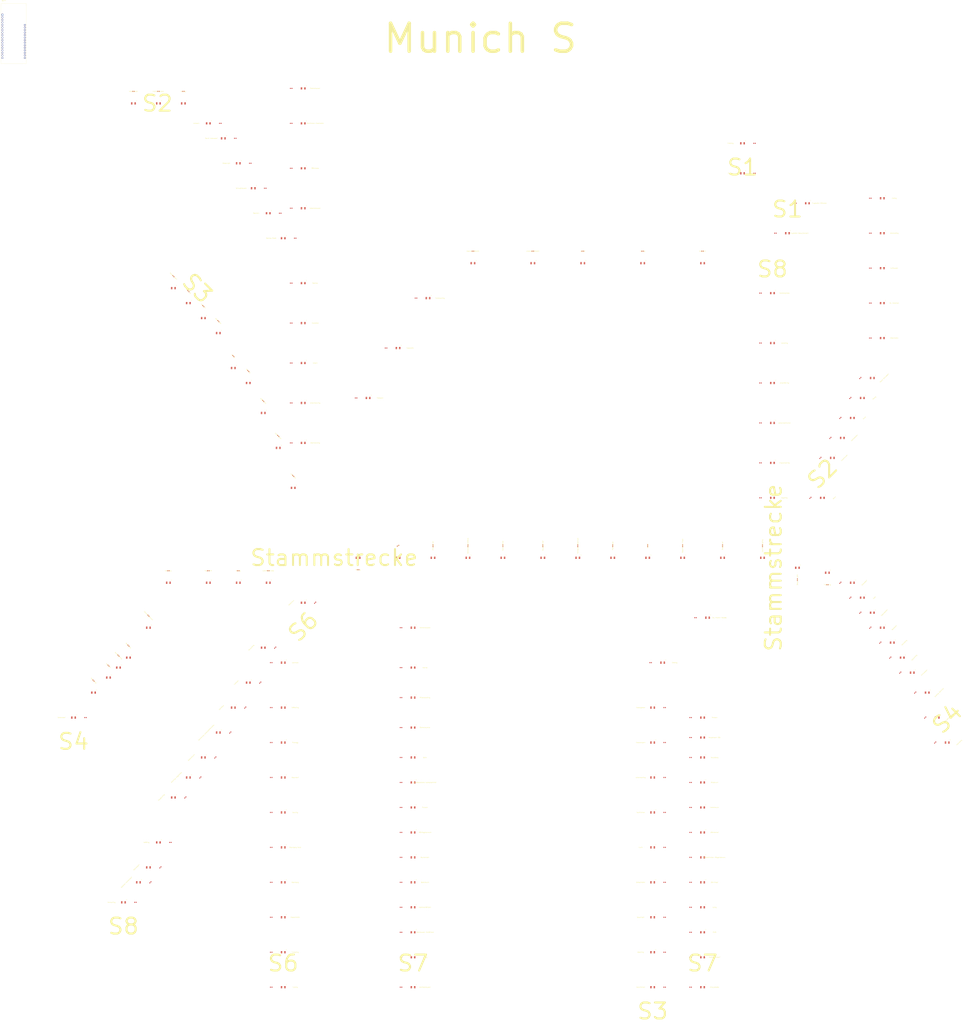
<source format=kicad_pcb>
(kicad_pcb
    (version 20241229)
    (generator "pycbnew")
    (generator_version "1.0.0")
    (paper "A4")
    (layers
        (0 "F.Cu" signal)
        (31 "B.Cu" signal)
        (32 "B.Adhes" user "B.Adhesive")
        (33 "F.Adhes" user "F.Adhesive")
        (34 "B.Paste" user)
        (35 "F.Paste" user)
        (36 "B.SilkS" user "B.Silkscreen")
        (37 "F.SilkS" user "F.Silkscreen")
        (38 "B.Mask" user)
        (39 "F.Mask" user)
        (40 "Dwgs.User" user "User.Drawings")
        (41 "Cmts.User" user "User.Comments")
        (42 "Eco1.User" user "User.Eco1")
        (43 "Eco2.User" user "User.Eco2")
        (44 "Edge.Cuts" user)
        (45 "Margin" user)
        (46 "B.CrtYd" user "B.Courtyard")
        (47 "F.CrtYd" user "F.Courtyard")
        (48 "B.Fab" user)
        (49 "F.Fab" user)
    )
    (net 1 "GND")
    (net 2 "5V")
    (net 1004 "Stammstrecke (color: None)")
    (net 3 "1-2")
    (net 4 "2-3")
    (net 5 "3-4")
    (net 6 "4-5")
    (net 7 "5-6")
    (net 8 "6-7")
    (net 9 "7-8")
    (net 10 "8-9")
    (net 11 "9-10")
    (net 12 "10-11")
    (net 13 "11-12")
    (net 14 "12-13")
    (net 1012 "S1 (color: cyan)")
    (net 16 "14-15")
    (net 17 "15-16")
    (net 18 "16-17")
    (net 19 "17-18")
    (net 20 "18-19")
    (net 21 "19-20")
    (net 22 "20-21")
    (net 23 "21-22")
    (net 24 "22-23")
    (net 25 "23-24")
    (net 26 "24-25")
    (net 1013 "S2 (color: lime)")
    (net 28 "26-27")
    (net 29 "27-28")
    (net 30 "28-29")
    (net 31 "29-30")
    (net 32 "30-31")
    (net 33 "31-32")
    (net 34 "32-33")
    (net 35 "33-34")
    (net 36 "34-35")
    (net 37 "35-36")
    (net 38 "36-37")
    (net 39 "37-38")
    (net 40 "38-39")
    (net 41 "39-40")
    (net 42 "40-41")
    (net 43 "41-42")
    (net 44 "42-43")
    (net 45 "43-44")
    (net 46 "44-45")
    (net 47 "45-46")
    (net 48 "46-47")
    (net 49 "47-48")
    (net 50 "48-49")
    (net 51 "49-50")
    (net 52 "50-51")
    (net 53 "51-52")
    (net 54 "52-53")
    (net 55 "53-54")
    (net 1014 "S3 (color: purple)")
    (net 57 "55-56")
    (net 58 "56-57")
    (net 59 "57-58")
    (net 60 "58-59")
    (net 61 "59-60")
    (net 62 "60-61")
    (net 63 "61-62")
    (net 64 "62-63")
    (net 65 "63-64")
    (net 66 "64-65")
    (net 67 "65-66")
    (net 68 "66-67")
    (net 69 "67-68")
    (net 70 "68-69")
    (net 71 "69-70")
    (net 72 "70-71")
    (net 73 "71-72")
    (net 74 "72-73")
    (net 75 "73-74")
    (net 1015 "S4 (color: red)")
    (net 77 "75-76")
    (net 78 "76-77")
    (net 79 "77-78")
    (net 80 "78-79")
    (net 81 "79-80")
    (net 82 "80-81")
    (net 83 "81-82")
    (net 84 "82-83")
    (net 85 "83-84")
    (net 86 "84-85")
    (net 87 "85-86")
    (net 88 "86-87")
    (net 89 "87-88")
    (net 90 "88-89")
    (net 91 "89-90")
    (net 92 "90-91")
    (net 93 "91-92")
    (net 94 "92-93")
    (net 95 "93-94")
    (net 96 "94-95")
    (net 1018 "S6 (color: forestgreen)")
    (net 98 "96-97")
    (net 99 "97-98")
    (net 100 "98-99")
    (net 101 "99-100")
    (net 102 "100-101")
    (net 103 "101-102")
    (net 104 "102-103")
    (net 105 "103-104")
    (net 106 "104-105")
    (net 107 "105-106")
    (net 1019 "S7 (color: maroon)")
    (net 109 "107-108")
    (net 110 "108-109")
    (net 111 "109-110")
    (net 112 "110-111")
    (net 113 "111-112")
    (net 114 "112-113")
    (net 115 "113-114")
    (net 116 "114-115")
    (net 117 "115-116")
    (net 118 "116-117")
    (net 119 "117-118")
    (net 120 "118-119")
    (net 121 "119-120")
    (net 122 "120-121")
    (net 123 "121-122")
    (net 124 "122-123")
    (net 125 "123-124")
    (net 126 "124-125")
    (net 127 "125-126")
    (net 128 "126-127")
    (net 129 "127-128")
    (net 130 "128-129")
    (net 131 "129-130")
    (net 132 "130-131")
    (net 133 "131-132")
    (net 1021 "S8 (color: black)")
    (net 135 "133-134")
    (net 136 "134-135")
    (net 137 "135-136")
    (net 138 "136-137")
    (net 139 "137-138")
    (net 140 "138-139")
    (net 141 "139-140")
    (net 142 "140-141")
    (net 143 "141-142")
    (net 144 "142-143")
    (net 145 "143-144")
    (net 146 "144-145")
    (net 147 "145-146")
    (net 148 "146-147")
    (net 149 "147-148")
    (net 150 "148-149")
    (gr_text "Munich S"
        (at 467.5 5 0)
        (layer "F.SilkS")
        (uuid "de1baafb-b6d6-4ef4-895d-292319010e77")
        (effects
            (justify)
            (font
                (size 28 28)
                (thickness 3.5)
            )
        )
    )
    (gr_text "Stammstrecke"
        (at 321 525 0)
        (layer "F.SilkS")
        (uuid "7a9729c6-4166-4c45-8602-92048d0ee766")
        (effects
            (justify)
            (font
                (size 16 16)
                (thickness 2.0)
            )
        )
    )
    (gr_text "Stammstrecke"
        (at 761 535 90)
        (layer "F.SilkS")
        (uuid "9d280536-a130-471b-8e34-09fb572d4691")
        (effects
            (justify)
            (font
                (size 16 16)
                (thickness 2.0)
            )
        )
    )
    (gr_text "S1"
        (at 730 134 0)
        (layer "F.SilkS")
        (uuid "48f4b842-fc41-4cd2-8e46-3905bd00da05")
        (effects
            (justify)
            (font
                (size 16 16)
                (thickness 2.0)
            )
        )
    )
    (gr_text "S1"
        (at 775 176 0)
        (layer "F.SilkS")
        (uuid "d75b252b-90c1-406c-b8b0-315f0e034111")
        (effects
            (justify)
            (font
                (size 16 16)
                (thickness 2.0)
            )
        )
    )
    (gr_text "S2"
        (at 144 70 0)
        (layer "F.SilkS")
        (uuid "521b7173-570f-4137-8ff9-c6259e32d08c")
        (effects
            (justify)
            (font
                (size 16 16)
                (thickness 2.0)
            )
        )
    )
    (gr_text "S2"
        (at 810 441 45)
        (layer "F.SilkS")
        (uuid "77a2bd7f-cada-4234-9aa0-013c645e8ed7")
        (effects
            (justify)
            (font
                (size 16 16)
                (thickness 2.0)
            )
        )
    )
    (gr_text "S3"
        (at 184 255 315)
        (layer "F.SilkS")
        (uuid "b7df73e3-9020-4a62-b966-63091fb626d1")
        (effects
            (justify)
            (font
                (size 16 16)
                (thickness 2.0)
            )
        )
    )
    (gr_text "S3"
        (at 640 979 0)
        (layer "F.SilkS")
        (uuid "c302eed4-767c-4317-882c-cb25b7eff485")
        (effects
            (justify)
            (font
                (size 16 16)
                (thickness 2.0)
            )
        )
    )
    (gr_text "S4"
        (at 60 709 0)
        (layer "F.SilkS")
        (uuid "ead2db35-2839-4a14-9c96-0f863f5ef570")
        (effects
            (justify)
            (font
                (size 16 16)
                (thickness 2.0)
            )
        )
    )
    (gr_text "S4"
        (at 935 686 45)
        (layer "F.SilkS")
        (uuid "f1a77f97-020c-4be8-ab74-cc618d48fb1b")
        (effects
            (justify)
            (font
                (size 16 16)
                (thickness 2.0)
            )
        )
    )
    (gr_text "S6"
        (at 270 931 0)
        (layer "F.SilkS")
        (uuid "7351c73d-0035-4192-8d64-2d4fb822464d")
        (effects
            (justify)
            (font
                (size 16 16)
                (thickness 2.0)
            )
        )
    )
    (gr_text "S6"
        (at 290 594 45)
        (layer "F.SilkS")
        (uuid "6a30e7b8-07f0-42bf-9a04-7ea260f2b0b6")
        (effects
            (justify)
            (font
                (size 16 16)
                (thickness 2.0)
            )
        )
    )
    (gr_text "S7"
        (at 400 931 0)
        (layer "F.SilkS")
        (uuid "71ec9b28-6e51-455c-b423-1412e1d6bb7c")
        (effects
            (justify)
            (font
                (size 16 16)
                (thickness 2.0)
            )
        )
    )
    (gr_text "S7"
        (at 690 931 0)
        (layer "F.SilkS")
        (uuid "29cc2634-aa57-41dd-96a2-8e291dc21ffb")
        (effects
            (justify)
            (font
                (size 16 16)
                (thickness 2.0)
            )
        )
    )
    (gr_text "S8"
        (at 110 894 0)
        (layer "F.SilkS")
        (uuid "8e4829b0-becb-4c2f-8588-494c77dca1d3")
        (effects
            (justify)
            (font
                (size 16 16)
                (thickness 2.0)
            )
        )
    )
    (gr_text "S8"
        (at 760 236 0)
        (layer "F.SilkS")
        (uuid "98d28b6b-0c4b-433d-944b-1d723fe4d5c4")
        (effects
            (justify)
            (font
                (size 16 16)
                (thickness 2.0)
            )
        )
    )
    (footprint (layer F.Cu) (at 0 0 0))
    (footprint "587" (layer "F.Cu") (at 345 525 0))
    (footprint "C_0603_1608Metric" (layer "F.Cu") (at 345 537 0))
    (footprint "587" (layer "F.Cu") (at 385 525 0))
    (footprint "C_0603_1608Metric" (layer "F.Cu") (at 385 513 30))
    (footprint "587" (layer "F.Cu") (at 420 525 0))
    (footprint "C_0603_1608Metric" (layer "F.Cu") (at 420 513 90))
    (footprint "587" (layer "F.Cu") (at 455 525 0))
    (footprint "C_0603_1608Metric" (layer "F.Cu") (at 455 513 90))
    (footprint "587" (layer "F.Cu") (at 490 525 0))
    (footprint "C_0603_1608Metric" (layer "F.Cu") (at 490 513 90))
    (footprint "587" (layer "F.Cu") (at 530 525 0))
    (footprint "C_0603_1608Metric" (layer "F.Cu") (at 530 513 90))
    (footprint "587" (layer "F.Cu") (at 565 525 0))
    (footprint "C_0603_1608Metric" (layer "F.Cu") (at 565 513 90))
    (footprint "587" (layer "F.Cu") (at 600 525 0))
    (footprint "C_0603_1608Metric" (layer "F.Cu") (at 600 513 90))
    (footprint "587" (layer "F.Cu") (at 635 525 0))
    (footprint "C_0603_1608Metric" (layer "F.Cu") (at 635 513 90))
    (footprint "587" (layer "F.Cu") (at 670 525 0))
    (footprint "C_0603_1608Metric" (layer "F.Cu") (at 670 513 90))
    (footprint "587" (layer "F.Cu") (at 710 525 0))
    (footprint "C_0603_1608Metric" (layer "F.Cu") (at 710 513 90))
    (footprint "587" (layer "F.Cu") (at 750 525 0))
    (footprint "C_0603_1608Metric" (layer "F.Cu") (at 750 513 90))
    (footprint "587" (layer "F.Cu") (at 785 535 0))
    (footprint "C_0603_1608Metric" (layer "F.Cu") (at 785 547 90))
    (footprint "587" (layer "F.Cu") (at 730 110 0))
    (footprint "C_0603_1608Metric" (layer "F.Cu") (at 742 110 0))
    (footprint "587" (layer "F.Cu") (at 730 140 0))
    (footprint "C_0603_1608Metric" (layer "F.Cu") (at 742 140 0))
    (footprint "587" (layer "F.Cu") (at 690 230 0))
    (footprint "C_0603_1608Metric" (layer "F.Cu") (at 690 218 0))
    (footprint "587" (layer "F.Cu") (at 630 230 0))
    (footprint "C_0603_1608Metric" (layer "F.Cu") (at 630 218 0))
    (footprint "587" (layer "F.Cu") (at 570 230 0))
    (footprint "C_0603_1608Metric"
        (at 570 218 0)
        (version 20241229)
        (generator "kicad-footprint-generator")
        (layer "F.Cu")
        (descr "Capacitor SMD 0603 (1608 Metric), square (rectangular) end terminal, IPC-7351 nominal, (Body size source: IPC-SM-782 page 76, https://www.pcb-3d.com/wordpress/wp-content/uploads/ipc-sm-782a_amendment_1_and_2.pdf), generated with kicad-footprint-generator")
        (tags "capacitor")
        (attr smd)
        (fp_line
            (start -0.14058 -0.51)
            (end 0.14058 -0.51)
            (stroke
                (width 0.12)
                (type solid)
            )
            (layer "F.SilkS")
        )
        (fp_line
            (start -0.14058 0.51)
            (end 0.14058 0.51)
            (stroke
                (width 0.12)
                (type solid)
            )
            (layer "F.SilkS")
        )
        (fp_line
            (start -1.48 -0.73)
            (end 1.48 -0.73)
            (stroke
                (width 0.05)
                (type solid)
            )
            (layer "F.CrtYd")
        )
        (fp_line
            (start -1.48 0.73)
            (end -1.48 -0.73)
            (stroke
                (width 0.05)
                (type solid)
            )
            (layer "F.CrtYd")
        )
        (fp_line
            (start 1.48 -0.73)
            (end 1.48 0.73)
            (stroke
                (width 0.05)
                (type solid)
            )
            (layer "F.CrtYd")
        )
        (fp_line
            (start 1.48 0.73)
            (end -1.48 0.73)
            (stroke
                (width 0.05)
                (type solid)
            )
            (layer "F.CrtYd")
        )
        (fp_line
            (start -0.8 -0.4)
            (end 0.8 -0.4)
            (stroke
                (width 0.1)
                (type solid)
         
... [1340848 chars truncated]
</source>
